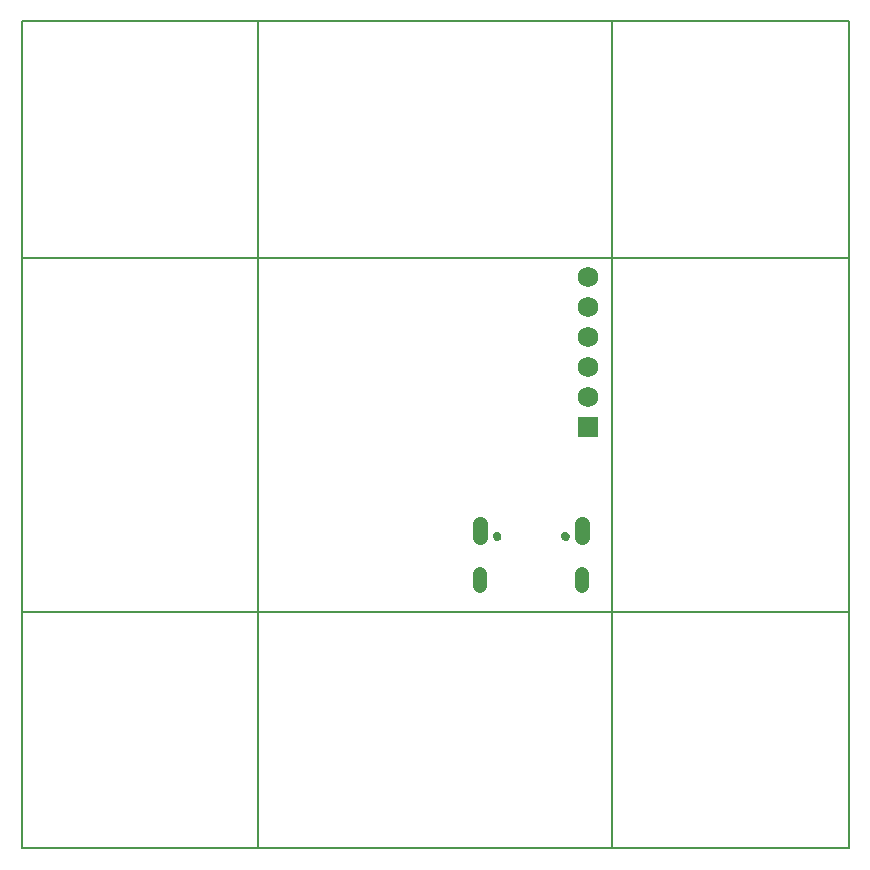
<source format=gbs>
G75*
%MOIN*%
%OFA0B0*%
%FSLAX25Y25*%
%IPPOS*%
%LPD*%
%AMOC8*
5,1,8,0,0,1.08239X$1,22.5*
%
%ADD10C,0.00800*%
%ADD11C,0.00000*%
%ADD12C,0.02762*%
%ADD13C,0.04928*%
%ADD14C,0.04534*%
%ADD15R,0.06900X0.06900*%
%ADD16C,0.06900*%
D10*
X0001400Y0001400D02*
X0080140Y0001400D01*
X0080140Y0276991D01*
X0198250Y0276991D01*
X0198250Y0001400D01*
X0080140Y0001400D01*
X0001400Y0001400D02*
X0001400Y0080140D01*
X0276991Y0080140D01*
X0276991Y0001400D01*
X0198250Y0001400D01*
X0276991Y0080140D02*
X0276991Y0198250D01*
X0001400Y0198250D01*
X0001400Y0276991D01*
X0080140Y0276991D01*
X0001400Y0198250D02*
X0001400Y0080140D01*
X0198250Y0276991D02*
X0276991Y0276991D01*
X0276991Y0198250D01*
D11*
X0181282Y0105337D02*
X0181284Y0105406D01*
X0181290Y0105474D01*
X0181300Y0105542D01*
X0181314Y0105609D01*
X0181332Y0105676D01*
X0181353Y0105741D01*
X0181379Y0105805D01*
X0181408Y0105867D01*
X0181440Y0105927D01*
X0181476Y0105986D01*
X0181516Y0106042D01*
X0181558Y0106096D01*
X0181604Y0106147D01*
X0181653Y0106196D01*
X0181704Y0106242D01*
X0181758Y0106284D01*
X0181814Y0106324D01*
X0181872Y0106360D01*
X0181933Y0106392D01*
X0181995Y0106421D01*
X0182059Y0106447D01*
X0182124Y0106468D01*
X0182191Y0106486D01*
X0182258Y0106500D01*
X0182326Y0106510D01*
X0182394Y0106516D01*
X0182463Y0106518D01*
X0182532Y0106516D01*
X0182600Y0106510D01*
X0182668Y0106500D01*
X0182735Y0106486D01*
X0182802Y0106468D01*
X0182867Y0106447D01*
X0182931Y0106421D01*
X0182993Y0106392D01*
X0183053Y0106360D01*
X0183112Y0106324D01*
X0183168Y0106284D01*
X0183222Y0106242D01*
X0183273Y0106196D01*
X0183322Y0106147D01*
X0183368Y0106096D01*
X0183410Y0106042D01*
X0183450Y0105986D01*
X0183486Y0105927D01*
X0183518Y0105867D01*
X0183547Y0105805D01*
X0183573Y0105741D01*
X0183594Y0105676D01*
X0183612Y0105609D01*
X0183626Y0105542D01*
X0183636Y0105474D01*
X0183642Y0105406D01*
X0183644Y0105337D01*
X0183642Y0105268D01*
X0183636Y0105200D01*
X0183626Y0105132D01*
X0183612Y0105065D01*
X0183594Y0104998D01*
X0183573Y0104933D01*
X0183547Y0104869D01*
X0183518Y0104807D01*
X0183486Y0104746D01*
X0183450Y0104688D01*
X0183410Y0104632D01*
X0183368Y0104578D01*
X0183322Y0104527D01*
X0183273Y0104478D01*
X0183222Y0104432D01*
X0183168Y0104390D01*
X0183112Y0104350D01*
X0183054Y0104314D01*
X0182993Y0104282D01*
X0182931Y0104253D01*
X0182867Y0104227D01*
X0182802Y0104206D01*
X0182735Y0104188D01*
X0182668Y0104174D01*
X0182600Y0104164D01*
X0182532Y0104158D01*
X0182463Y0104156D01*
X0182394Y0104158D01*
X0182326Y0104164D01*
X0182258Y0104174D01*
X0182191Y0104188D01*
X0182124Y0104206D01*
X0182059Y0104227D01*
X0181995Y0104253D01*
X0181933Y0104282D01*
X0181872Y0104314D01*
X0181814Y0104350D01*
X0181758Y0104390D01*
X0181704Y0104432D01*
X0181653Y0104478D01*
X0181604Y0104527D01*
X0181558Y0104578D01*
X0181516Y0104632D01*
X0181476Y0104688D01*
X0181440Y0104746D01*
X0181408Y0104807D01*
X0181379Y0104869D01*
X0181353Y0104933D01*
X0181332Y0104998D01*
X0181314Y0105065D01*
X0181300Y0105132D01*
X0181290Y0105200D01*
X0181284Y0105268D01*
X0181282Y0105337D01*
X0158526Y0105337D02*
X0158528Y0105406D01*
X0158534Y0105474D01*
X0158544Y0105542D01*
X0158558Y0105609D01*
X0158576Y0105676D01*
X0158597Y0105741D01*
X0158623Y0105805D01*
X0158652Y0105867D01*
X0158684Y0105927D01*
X0158720Y0105986D01*
X0158760Y0106042D01*
X0158802Y0106096D01*
X0158848Y0106147D01*
X0158897Y0106196D01*
X0158948Y0106242D01*
X0159002Y0106284D01*
X0159058Y0106324D01*
X0159116Y0106360D01*
X0159177Y0106392D01*
X0159239Y0106421D01*
X0159303Y0106447D01*
X0159368Y0106468D01*
X0159435Y0106486D01*
X0159502Y0106500D01*
X0159570Y0106510D01*
X0159638Y0106516D01*
X0159707Y0106518D01*
X0159776Y0106516D01*
X0159844Y0106510D01*
X0159912Y0106500D01*
X0159979Y0106486D01*
X0160046Y0106468D01*
X0160111Y0106447D01*
X0160175Y0106421D01*
X0160237Y0106392D01*
X0160297Y0106360D01*
X0160356Y0106324D01*
X0160412Y0106284D01*
X0160466Y0106242D01*
X0160517Y0106196D01*
X0160566Y0106147D01*
X0160612Y0106096D01*
X0160654Y0106042D01*
X0160694Y0105986D01*
X0160730Y0105927D01*
X0160762Y0105867D01*
X0160791Y0105805D01*
X0160817Y0105741D01*
X0160838Y0105676D01*
X0160856Y0105609D01*
X0160870Y0105542D01*
X0160880Y0105474D01*
X0160886Y0105406D01*
X0160888Y0105337D01*
X0160886Y0105268D01*
X0160880Y0105200D01*
X0160870Y0105132D01*
X0160856Y0105065D01*
X0160838Y0104998D01*
X0160817Y0104933D01*
X0160791Y0104869D01*
X0160762Y0104807D01*
X0160730Y0104746D01*
X0160694Y0104688D01*
X0160654Y0104632D01*
X0160612Y0104578D01*
X0160566Y0104527D01*
X0160517Y0104478D01*
X0160466Y0104432D01*
X0160412Y0104390D01*
X0160356Y0104350D01*
X0160298Y0104314D01*
X0160237Y0104282D01*
X0160175Y0104253D01*
X0160111Y0104227D01*
X0160046Y0104206D01*
X0159979Y0104188D01*
X0159912Y0104174D01*
X0159844Y0104164D01*
X0159776Y0104158D01*
X0159707Y0104156D01*
X0159638Y0104158D01*
X0159570Y0104164D01*
X0159502Y0104174D01*
X0159435Y0104188D01*
X0159368Y0104206D01*
X0159303Y0104227D01*
X0159239Y0104253D01*
X0159177Y0104282D01*
X0159116Y0104314D01*
X0159058Y0104350D01*
X0159002Y0104390D01*
X0158948Y0104432D01*
X0158897Y0104478D01*
X0158848Y0104527D01*
X0158802Y0104578D01*
X0158760Y0104632D01*
X0158720Y0104688D01*
X0158684Y0104746D01*
X0158652Y0104807D01*
X0158623Y0104869D01*
X0158597Y0104933D01*
X0158576Y0104998D01*
X0158558Y0105065D01*
X0158544Y0105132D01*
X0158534Y0105200D01*
X0158528Y0105268D01*
X0158526Y0105337D01*
D12*
X0159707Y0105337D03*
X0182463Y0105337D03*
D13*
X0188093Y0105042D02*
X0188093Y0109569D01*
X0154077Y0109569D02*
X0154077Y0105042D01*
D14*
X0154077Y0092916D02*
X0154077Y0088782D01*
X0188093Y0088782D02*
X0188093Y0092916D01*
D15*
X0189983Y0141754D03*
D16*
X0189983Y0151754D03*
X0189983Y0161754D03*
X0189983Y0171754D03*
X0189983Y0181754D03*
X0189983Y0191754D03*
M02*

</source>
